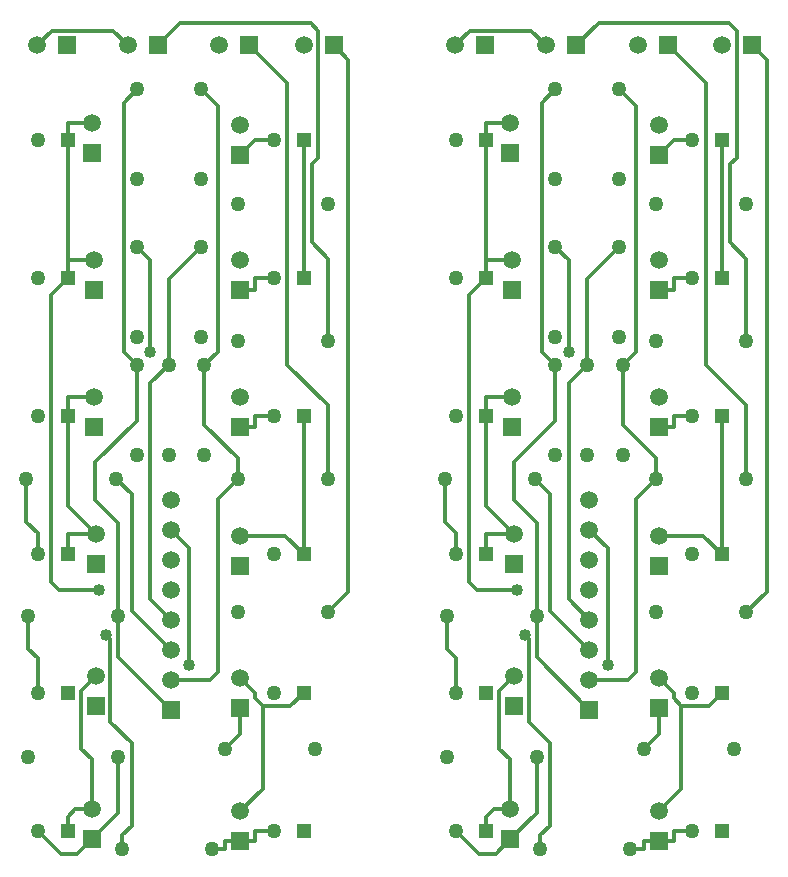
<source format=gbr>
G04 DipTrace 2.4.0.2*
%INBottom.gbr*%
%MOIN*%
%ADD14C,0.013*%
%ADD15C,0.05*%
%ADD16R,0.05X0.05*%
%ADD17R,0.0591X0.0591*%
%ADD18C,0.0591*%
%ADD19C,0.05*%
%ADD20C,0.04*%
%FSLAX44Y44*%
G04*
G70*
G90*
G75*
G01*
%LNBottom*%
%LPD*%
X7253Y29005D2*
D14*
X6440D1*
Y28443D1*
Y24443D1*
X7315D1*
X14315Y28443D2*
Y23836D1*
X6440Y24443D2*
Y23836D1*
X5885Y23281D1*
Y13703D1*
X6145Y13443D1*
X7473D1*
X7315Y19880D2*
X6440D1*
Y19230D1*
X14315D2*
Y14624D1*
X7378Y15318D2*
X6440D1*
Y14624D1*
Y19230D2*
Y16255D1*
X7378Y15318D1*
X14315Y14624D2*
X13683Y15255D1*
X12203D1*
X7378Y10568D2*
X6885Y10075D1*
Y8153D1*
X7246Y7792D1*
Y6130D1*
X10493Y10933D2*
Y14828D1*
X9878Y15443D1*
X12203Y6068D2*
X12953Y6818D1*
Y9573D1*
X13870D1*
X14315Y10018D1*
X12203Y10505D2*
X12693Y10015D1*
Y9832D1*
X12953Y9573D1*
X7246Y6130D2*
X6700D1*
X6440Y5870D1*
Y5411D1*
X8441Y31592D2*
X7951Y32083D1*
X5907D1*
X5417Y31592D1*
X5440Y10018D2*
Y11172D1*
X5128Y11485D1*
Y12568D1*
X15119Y12693D2*
X15806Y13380D1*
Y31102D1*
X15316Y31592D1*
X15119Y17130D2*
Y19593D1*
X13760Y20953D1*
Y30336D1*
X12504Y31592D1*
X15119Y21755D2*
Y24480D1*
X14575Y25025D1*
Y27622D1*
X14806Y27854D1*
Y32083D1*
X14547Y32342D1*
X10191D1*
X9441Y31592D1*
X11253Y4818D2*
X11698D1*
Y5068D1*
X12203D1*
X12693D1*
Y5411D1*
X13315D1*
X10878Y24880D2*
X9815Y23818D1*
Y20943D1*
X9198Y20325D1*
Y13123D1*
X9878Y12443D1*
X7733Y11933D2*
X7868Y11798D1*
Y9030D1*
X8573Y8325D1*
Y5583D1*
X8253Y5263D1*
Y4818D1*
X5440Y14624D2*
Y15328D1*
X5065Y15703D1*
Y17130D1*
X5440Y5411D2*
X6211Y4640D1*
X6756D1*
X7246Y5130D1*
X8128Y6012D1*
Y7880D1*
X8065Y17130D2*
X8573Y16623D1*
Y12748D1*
X9878Y11443D1*
X9198Y21388D2*
Y24435D1*
X8753Y24880D1*
X10878Y30130D2*
X11448Y29560D1*
Y21388D1*
X11003Y20943D1*
X12119Y17130D2*
X11448Y16459D1*
Y10703D1*
X11188Y10443D1*
X9878D1*
X11003Y20943D2*
Y18946D1*
X12119Y17829D1*
Y17130D1*
X12203Y18880D2*
X12693D1*
Y19230D1*
X13315D1*
X12203Y9505D2*
Y8643D1*
X11690Y8130D1*
X12203Y27943D2*
X12703Y28443D1*
X13315D1*
X12203Y23443D2*
X12693D1*
Y23836D1*
X13315D1*
X8753Y30130D2*
X8308Y29685D1*
Y21388D1*
X8753Y20943D1*
X8128Y12568D2*
Y11193D1*
X9878Y9443D1*
X8753Y20943D2*
Y19084D1*
X7361Y17692D1*
Y16451D1*
X8128Y15684D1*
Y12568D1*
D20*
X7473Y13443D3*
X10493Y10933D3*
X7733Y11933D3*
X9198Y21388D3*
D15*
X5440Y28443D3*
D16*
X6440D3*
D15*
X13315D3*
D16*
X14315D3*
D15*
X5440Y23836D3*
D16*
X6440D3*
D15*
X13315D3*
D16*
X14315D3*
D15*
X5440Y19230D3*
D16*
X6440D3*
D15*
X13315D3*
D16*
X14315D3*
D15*
X5440Y14624D3*
D16*
X6440D3*
D15*
X13315D3*
D16*
X14315D3*
D15*
X5440Y10018D3*
D16*
X6440D3*
D15*
X13315D3*
D16*
X14315D3*
D15*
X5440Y5411D3*
D16*
X6440D3*
D15*
X13315D3*
D16*
X14315D3*
D17*
X7253Y28005D3*
D18*
Y29005D3*
D17*
X12203Y27943D3*
D18*
Y28943D3*
D17*
X7315Y23443D3*
D18*
Y24443D3*
D17*
X12203Y23443D3*
D18*
Y24443D3*
D17*
X7315Y18880D3*
D18*
Y19880D3*
D17*
X12203Y18880D3*
D18*
Y19880D3*
D17*
X7378Y14318D3*
D18*
Y15318D3*
D17*
X12203Y14255D3*
D18*
Y15255D3*
D17*
X7378Y9568D3*
D18*
Y10568D3*
D17*
X12203Y9505D3*
D18*
Y10505D3*
D17*
X7246Y5130D3*
D18*
Y6130D3*
D17*
X12203Y5068D3*
D18*
Y6068D3*
D17*
X15316Y31592D3*
D18*
X14316D3*
D17*
X12504D3*
D18*
X11504D3*
D17*
X9441D3*
D18*
X8441D3*
D17*
X6417D3*
D18*
X5417D3*
D15*
X8753Y30130D3*
D19*
Y27130D3*
D15*
X10878Y30130D3*
D19*
Y27130D3*
D15*
X8753Y24880D3*
D19*
Y21880D3*
D15*
X10878Y24880D3*
D19*
Y21880D3*
D15*
X8753Y20943D3*
D19*
Y17943D3*
D15*
X11003Y20943D3*
D19*
Y17943D3*
D15*
X8065Y17130D3*
D19*
X5065D3*
D15*
X9815Y20943D3*
D19*
Y17943D3*
D15*
X8128Y12568D3*
D19*
X5128D3*
D15*
X14690Y8130D3*
D19*
X11690D3*
D15*
X5128Y7880D3*
D19*
X8128D3*
D15*
X8253Y4818D3*
D19*
X11253D3*
D15*
X15119Y12693D3*
D19*
X12119D3*
D15*
X15119Y17130D3*
D19*
X12119D3*
D15*
X15119Y21755D3*
D19*
X12119D3*
D15*
X15119Y26318D3*
D19*
X12119D3*
D17*
X9878Y9443D3*
D18*
Y10443D3*
Y11443D3*
Y12443D3*
Y13443D3*
Y14443D3*
Y15443D3*
Y16443D3*
X21204Y29005D2*
D14*
X20391D1*
Y28443D1*
Y24443D1*
X21266D1*
X28266Y28443D2*
Y23836D1*
X20391Y24443D2*
Y23836D1*
X19836Y23281D1*
Y13703D1*
X20096Y13443D1*
X21424D1*
X21266Y19880D2*
X20391D1*
Y19230D1*
X28266D2*
Y14624D1*
X21329Y15318D2*
X20391D1*
Y14624D1*
Y19230D2*
Y16255D1*
X21329Y15318D1*
X28266Y14624D2*
X27635Y15255D1*
X26154D1*
X21329Y10568D2*
X20836Y10075D1*
Y8153D1*
X21198Y7792D1*
Y6130D1*
X24444Y10933D2*
Y14828D1*
X23829Y15443D1*
X26154Y6068D2*
X26904Y6818D1*
Y9573D1*
X27821D1*
X28266Y10018D1*
X26154Y10505D2*
X26644Y10015D1*
Y9832D1*
X26904Y9573D1*
X21198Y6130D2*
X20651D1*
X20391Y5870D1*
Y5411D1*
X22392Y31592D2*
X21902Y32083D1*
X19858D1*
X19368Y31592D1*
X19391Y10018D2*
Y11172D1*
X19079Y11485D1*
Y12568D1*
X29070Y12693D2*
X29758Y13380D1*
Y31102D1*
X29267Y31592D1*
X29070Y17130D2*
Y19593D1*
X27711Y20953D1*
Y30336D1*
X26455Y31592D1*
X29070Y21755D2*
Y24480D1*
X28526Y25025D1*
Y27622D1*
X28758Y27854D1*
Y32083D1*
X28498Y32342D1*
X24142D1*
X23392Y31592D1*
X25204Y4818D2*
X25649D1*
Y5068D1*
X26154D1*
X26644D1*
Y5411D1*
X27266D1*
X24829Y24880D2*
X23766Y23818D1*
Y20943D1*
X23149Y20325D1*
Y13123D1*
X23829Y12443D1*
X21684Y11933D2*
X21819Y11798D1*
Y9030D1*
X22524Y8325D1*
Y5583D1*
X22204Y5263D1*
Y4818D1*
X19391Y14624D2*
Y15328D1*
X19016Y15703D1*
Y17130D1*
X19391Y5411D2*
X20163Y4640D1*
X20707D1*
X21198Y5130D1*
X22079Y6012D1*
Y7880D1*
X22016Y17130D2*
X22524Y16623D1*
Y12748D1*
X23829Y11443D1*
X23149Y21388D2*
Y24435D1*
X22704Y24880D1*
X24829Y30130D2*
X25399Y29560D1*
Y21388D1*
X24954Y20943D1*
X26070Y17130D2*
X25399Y16459D1*
Y10703D1*
X25139Y10443D1*
X23829D1*
X24954Y20943D2*
Y18946D1*
X26070Y17829D1*
Y17130D1*
X26154Y18880D2*
X26644D1*
Y19230D1*
X27266D1*
X26154Y9505D2*
Y8643D1*
X25641Y8130D1*
X26154Y27943D2*
X26654Y28443D1*
X27266D1*
X26154Y23443D2*
X26644D1*
Y23836D1*
X27266D1*
X22704Y30130D2*
X22259Y29685D1*
Y21388D1*
X22704Y20943D1*
X22079Y12568D2*
Y11193D1*
X23829Y9443D1*
X22704Y20943D2*
Y19084D1*
X21312Y17692D1*
Y16451D1*
X22079Y15684D1*
Y12568D1*
D20*
X21424Y13443D3*
X24444Y10933D3*
X21684Y11933D3*
X23149Y21388D3*
D15*
X19391Y28443D3*
D16*
X20391D3*
D15*
X27266D3*
D16*
X28266D3*
D15*
X19391Y23836D3*
D16*
X20391D3*
D15*
X27266D3*
D16*
X28266D3*
D15*
X19391Y19230D3*
D16*
X20391D3*
D15*
X27266D3*
D16*
X28266D3*
D15*
X19391Y14624D3*
D16*
X20391D3*
D15*
X27266D3*
D16*
X28266D3*
D15*
X19391Y10018D3*
D16*
X20391D3*
D15*
X27266D3*
D16*
X28266D3*
D15*
X19391Y5411D3*
D16*
X20391D3*
D15*
X27266D3*
D16*
X28266D3*
D17*
X21204Y28005D3*
D18*
Y29005D3*
D17*
X26154Y27943D3*
D18*
Y28943D3*
D17*
X21266Y23443D3*
D18*
Y24443D3*
D17*
X26154Y23443D3*
D18*
Y24443D3*
D17*
X21266Y18880D3*
D18*
Y19880D3*
D17*
X26154Y18880D3*
D18*
Y19880D3*
D17*
X21329Y14318D3*
D18*
Y15318D3*
D17*
X26154Y14255D3*
D18*
Y15255D3*
D17*
X21329Y9568D3*
D18*
Y10568D3*
D17*
X26154Y9505D3*
D18*
Y10505D3*
D17*
X21198Y5130D3*
D18*
Y6130D3*
D17*
X26154Y5068D3*
D18*
Y6068D3*
D17*
X29267Y31592D3*
D18*
X28267D3*
D17*
X26455D3*
D18*
X25455D3*
D17*
X23392D3*
D18*
X22392D3*
D17*
X20368D3*
D18*
X19368D3*
D15*
X22704Y30130D3*
D19*
Y27130D3*
D15*
X24829Y30130D3*
D19*
Y27130D3*
D15*
X22704Y24880D3*
D19*
Y21880D3*
D15*
X24829Y24880D3*
D19*
Y21880D3*
D15*
X22704Y20943D3*
D19*
Y17943D3*
D15*
X24954Y20943D3*
D19*
Y17943D3*
D15*
X22016Y17130D3*
D19*
X19016D3*
D15*
X23766Y20943D3*
D19*
Y17943D3*
D15*
X22079Y12568D3*
D19*
X19079D3*
D15*
X28641Y8130D3*
D19*
X25641D3*
D15*
X19079Y7880D3*
D19*
X22079D3*
D15*
X22204Y4818D3*
D19*
X25204D3*
D15*
X29070Y12693D3*
D19*
X26070D3*
D15*
X29070Y17130D3*
D19*
X26070D3*
D15*
X29070Y21755D3*
D19*
X26070D3*
D15*
X29070Y26318D3*
D19*
X26070D3*
D17*
X23829Y9443D3*
D18*
Y10443D3*
Y11443D3*
Y12443D3*
Y13443D3*
Y14443D3*
Y15443D3*
Y16443D3*
M02*

</source>
